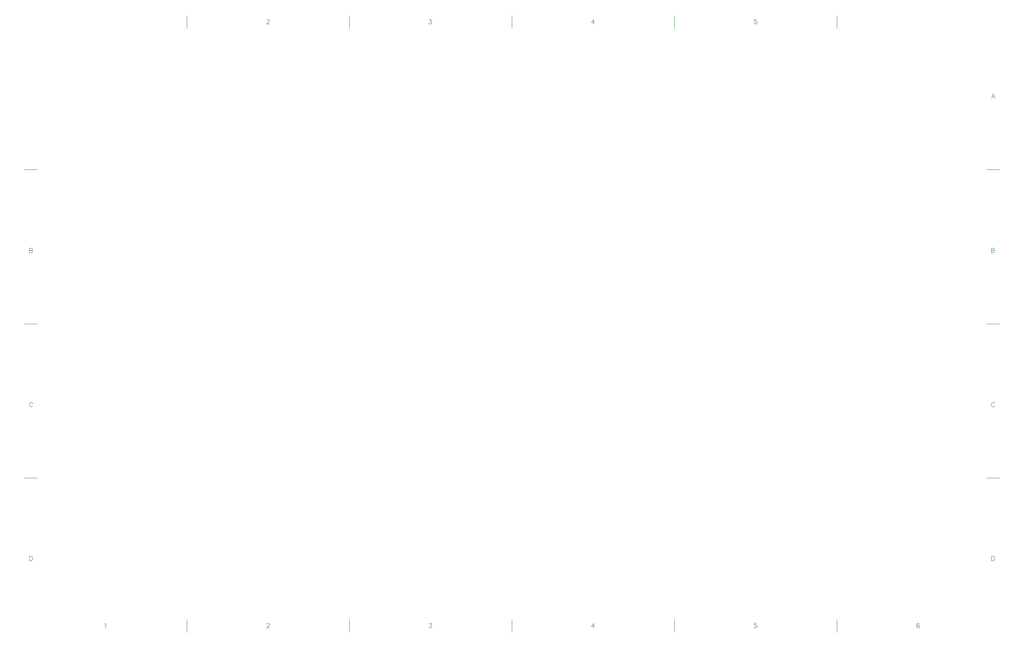
<source format=gbp>
G04*
G04 #@! TF.GenerationSoftware,Altium Limited,Altium Designer,22.10.1 (41)*
G04*
G04 Layer_Color=128*
%FSLAX43Y43*%
%MOMM*%
G71*
G04*
G04 #@! TF.SameCoordinates,A9E92A4C-3054-4B5A-B43F-CED4EE29FA58*
G04*
G04*
G04 #@! TF.FilePolarity,Positive*
G04*
G01*
G75*
%ADD15C,0.127*%
%ADD16C,0.178*%
D15*
X41400Y-164500D02*
X41400Y-159420D01*
X-22100Y-104175D02*
X-17020Y-104175D01*
X-22100Y-43850D02*
X-17020Y-43850D01*
X-22100Y16475D02*
X-17020Y16475D01*
X104900Y-164500D02*
X104900Y-159420D01*
X168400Y-164500D02*
X168400Y-159420D01*
X231900Y-164500D02*
X231900Y-159420D01*
X295400Y-164500D02*
X295400Y-159420D01*
X353820Y-104175D02*
X358900Y-104175D01*
X353820Y-43850D02*
X358900Y-43850D01*
X353820Y16475D02*
X358900Y16475D01*
X41400Y71720D02*
X41400Y76800D01*
X104900Y71720D02*
X104900Y76800D01*
X168400Y71720D02*
X168400Y76800D01*
X231900Y71720D02*
X231900Y76800D01*
X295400Y71720D02*
X295400Y76800D01*
D16*
X327582Y-161198D02*
X327497Y-161029D01*
X327243Y-160944D01*
X327074Y-160944D01*
X326820Y-161029D01*
X326650Y-161283D01*
X326566Y-161706D01*
X326566Y-162129D01*
X326650Y-162468D01*
X326820Y-162637D01*
X327074Y-162722D01*
X327158Y-162722D01*
X327412Y-162637D01*
X327582Y-162468D01*
X327666Y-162214D01*
X327666Y-162129D01*
X327582Y-161876D01*
X327412Y-161706D01*
X327158Y-161622D01*
X327074Y-161622D01*
X326820Y-161706D01*
X326650Y-161876D01*
X326566Y-162129D01*
X263955Y-160944D02*
X263108Y-160944D01*
X263023Y-161706D01*
X263108Y-161622D01*
X263362Y-161537D01*
X263616Y-161537D01*
X263870Y-161622D01*
X264039Y-161791D01*
X264124Y-162045D01*
X264124Y-162214D01*
X264039Y-162468D01*
X263870Y-162637D01*
X263616Y-162722D01*
X263362Y-162722D01*
X263108Y-162637D01*
X263023Y-162553D01*
X262939Y-162383D01*
X200311Y-160944D02*
X199464Y-162129D01*
X200734Y-162129D01*
X200311Y-160944D02*
X200311Y-162722D01*
X135964Y-160944D02*
X136896Y-160944D01*
X136388Y-161622D01*
X136642Y-161622D01*
X136811Y-161706D01*
X136896Y-161791D01*
X136980Y-162045D01*
X136980Y-162214D01*
X136896Y-162468D01*
X136726Y-162637D01*
X136472Y-162722D01*
X136218Y-162722D01*
X135964Y-162637D01*
X135880Y-162553D01*
X135795Y-162383D01*
X72650Y-161368D02*
X72650Y-161283D01*
X72735Y-161114D01*
X72820Y-161029D01*
X72989Y-160944D01*
X73328Y-160944D01*
X73497Y-161029D01*
X73582Y-161114D01*
X73666Y-161283D01*
X73666Y-161452D01*
X73582Y-161622D01*
X73412Y-161876D01*
X72566Y-162722D01*
X73751Y-162722D01*
X9176Y-161283D02*
X9345Y-161198D01*
X9599Y-160944D01*
X9599Y-162722D01*
X-20195Y-134732D02*
X-20195Y-136509D01*
X-20195Y-134732D02*
X-19602Y-134732D01*
X-19348Y-134816D01*
X-19179Y-134986D01*
X-19095Y-135155D01*
X-19010Y-135409D01*
X-19010Y-135832D01*
X-19095Y-136086D01*
X-19179Y-136255D01*
X-19348Y-136425D01*
X-19602Y-136509D01*
X-20195Y-136509D01*
X-18925Y-74957D02*
X-19010Y-74788D01*
X-19179Y-74618D01*
X-19348Y-74534D01*
X-19687Y-74534D01*
X-19856Y-74618D01*
X-20026Y-74788D01*
X-20110Y-74957D01*
X-20195Y-75211D01*
X-20195Y-75634D01*
X-20110Y-75888D01*
X-20026Y-76057D01*
X-19856Y-76227D01*
X-19687Y-76311D01*
X-19348Y-76311D01*
X-19179Y-76227D01*
X-19010Y-76057D01*
X-18925Y-75888D01*
X-20195Y-14209D02*
X-20195Y-15986D01*
X-20195Y-14209D02*
X-19433Y-14209D01*
X-19179Y-14293D01*
X-19095Y-14378D01*
X-19010Y-14547D01*
X-19010Y-14716D01*
X-19095Y-14886D01*
X-19179Y-14970D01*
X-19433Y-15055D01*
X-20195Y-15055D02*
X-19433Y-15055D01*
X-19179Y-15140D01*
X-19095Y-15224D01*
X-19010Y-15394D01*
X-19010Y-15648D01*
X-19095Y-15817D01*
X-19179Y-15902D01*
X-19433Y-15986D01*
X-20195Y-15986D01*
X355725Y-134732D02*
X355725Y-136509D01*
X355725Y-134732D02*
X356318Y-134732D01*
X356572Y-134816D01*
X356741Y-134986D01*
X356825Y-135155D01*
X356910Y-135409D01*
X356910Y-135832D01*
X356825Y-136086D01*
X356741Y-136255D01*
X356572Y-136425D01*
X356318Y-136509D01*
X355725Y-136509D01*
X356995Y-74957D02*
X356910Y-74788D01*
X356741Y-74618D01*
X356572Y-74534D01*
X356233Y-74534D01*
X356064Y-74618D01*
X355894Y-74788D01*
X355810Y-74957D01*
X355725Y-75211D01*
X355725Y-75634D01*
X355810Y-75888D01*
X355894Y-76057D01*
X356064Y-76227D01*
X356233Y-76311D01*
X356572Y-76311D01*
X356741Y-76227D01*
X356910Y-76057D01*
X356995Y-75888D01*
X355725Y-14209D02*
X355725Y-15986D01*
X355725Y-14209D02*
X356487Y-14209D01*
X356741Y-14293D01*
X356825Y-14378D01*
X356910Y-14547D01*
X356910Y-14716D01*
X356825Y-14886D01*
X356741Y-14970D01*
X356487Y-15055D01*
X355725Y-15055D02*
X356487Y-15055D01*
X356741Y-15140D01*
X356825Y-15224D01*
X356910Y-15394D01*
X356910Y-15648D01*
X356825Y-15817D01*
X356741Y-15902D01*
X356487Y-15986D01*
X355725Y-15986D01*
X357079Y44466D02*
X356402Y46243D01*
X355725Y44466D01*
X355979Y45058D02*
X356825Y45058D01*
X263955Y75276D02*
X263108Y75276D01*
X263023Y74514D01*
X263108Y74598D01*
X263362Y74683D01*
X263616Y74683D01*
X263870Y74598D01*
X264039Y74429D01*
X264124Y74175D01*
X264124Y74006D01*
X264039Y73752D01*
X263870Y73583D01*
X263616Y73498D01*
X263362Y73498D01*
X263108Y73583D01*
X263023Y73667D01*
X262939Y73837D01*
X200311Y75276D02*
X199464Y74091D01*
X200734Y74091D01*
X200311Y75276D02*
X200311Y73498D01*
X135964Y75276D02*
X136896Y75276D01*
X136388Y74598D01*
X136642Y74598D01*
X136811Y74514D01*
X136896Y74429D01*
X136980Y74175D01*
X136980Y74006D01*
X136896Y73752D01*
X136726Y73583D01*
X136472Y73498D01*
X136218Y73498D01*
X135964Y73583D01*
X135880Y73667D01*
X135795Y73837D01*
X72650Y74852D02*
X72650Y74937D01*
X72735Y75106D01*
X72820Y75191D01*
X72989Y75276D01*
X73328Y75276D01*
X73497Y75191D01*
X73582Y75106D01*
X73666Y74937D01*
X73666Y74768D01*
X73582Y74598D01*
X73412Y74344D01*
X72566Y73498D01*
X73751Y73498D01*
M02*

</source>
